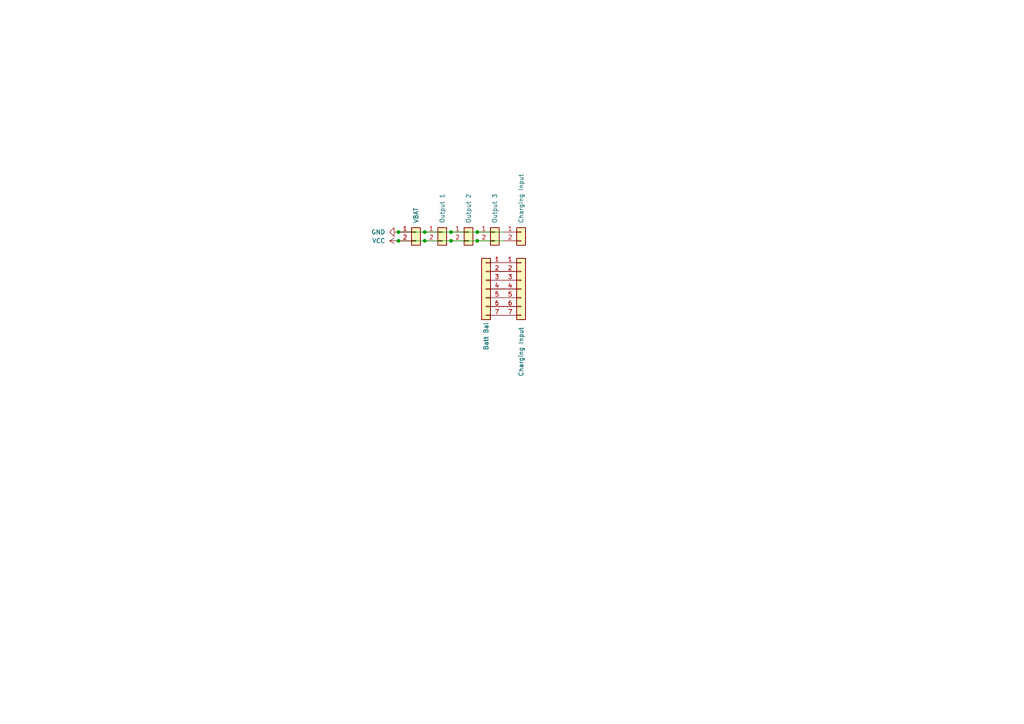
<source format=kicad_sch>
(kicad_sch (version 20211123) (generator eeschema)
  (paper "A4")
  (lib_symbols
    (symbol "Connector_Generic:Conn_01x02" (pin_names (offset 1.016) hide)
      (property "Reference" "J" (at 0 2.54 0))
      (property "Value" "Conn_01x02" (at 0 -5.08 0))
      (symbol "Conn_01x02_1_1"
        (rectangle (start -1.27 -2.413) (end 0 -2.667) (stroke (width 0.1524)))
        (rectangle (start -1.27 0.127) (end 0 -0.127) (stroke (width 0.1524)))
        (rectangle (start -1.27 1.27) (end 1.27 -3.81) (stroke (width 0.254)) (fill (type background)))
        (pin passive line (at -5.08 0 0) (length 3.81) (name "Pin_1") (number "1"))
        (pin passive line (at -5.08 -2.54 0) (length 3.81) (name "Pin_2") (number "2"))
      )
    )
    (symbol "Connector_Generic:Conn_01x07" (pin_names (offset 1.016) hide)
      (property "Reference" "J" (at 0 10.16 0))
      (property "Value" "Conn_01x07" (at 0 -10.16 0))
      (symbol "Conn_01x07_1_1"
        (rectangle (start -1.27 -7.493) (end 0 -7.747) (stroke (width 0.1524)))
        (rectangle (start -1.27 -4.953) (end 0 -5.207) (stroke (width 0.1524)))
        (rectangle (start -1.27 -2.413) (end 0 -2.667) (stroke (width 0.1524)))
        (rectangle (start -1.27 0.127) (end 0 -0.127) (stroke (width 0.1524)))
        (rectangle (start -1.27 2.667) (end 0 2.413) (stroke (width 0.1524)))
        (rectangle (start -1.27 5.207) (end 0 4.953) (stroke (width 0.1524)))
        (rectangle (start -1.27 7.747) (end 0 7.493) (stroke (width 0.1524)))
        (rectangle (start -1.27 8.89) (end 1.27 -8.89) (stroke (width 0.254)) (fill (type background)))
        (pin passive line (at -5.08 7.62 0) (length 3.81) (name "Pin_1") (number "1"))
        (pin passive line (at -5.08 5.08 0) (length 3.81) (name "Pin_2") (number "2"))
        (pin passive line (at -5.08 2.54 0) (length 3.81) (name "Pin_3") (number "3"))
        (pin passive line (at -5.08 0 0) (length 3.81) (name "Pin_4") (number "4"))
        (pin passive line (at -5.08 -2.54 0) (length 3.81) (name "Pin_5") (number "5"))
        (pin passive line (at -5.08 -5.08 0) (length 3.81) (name "Pin_6") (number "6"))
        (pin passive line (at -5.08 -7.62 0) (length 3.81) (name "Pin_7") (number "7"))
      )
    )
    (symbol "power:GND" (power) (pin_names (offset 0))
      (property "Value" "GND" (at 0 -3.81 0))
      (symbol "GND_0_1"
        (polyline (pts (xy 0 0) (xy 0 -1.27) (xy 1.27 -1.27) (xy 0 -2.54) (xy -1.27 -1.27) (xy 0 -1.27)))
      )
      (symbol "GND_1_1"
        (pin power_in line (at 0 0 270) (length 0) hide (name "GND") (number "1"))
      )
    )
    (symbol "power:VCC" (power) (pin_names (offset 0))
      (property "Value" "VCC" (at 0 3.81 0))
      (symbol "VCC_0_1"
        (polyline (pts (xy -0.762 1.27) (xy 0 2.54)))
        (polyline (pts (xy 0 0) (xy 0 2.54)))
        (polyline (pts (xy 0 2.54) (xy 0.762 1.27)))
      )
      (symbol "VCC_1_1"
        (pin power_in line (at 0 0 90) (length 0) hide (name "VCC") (number "1"))
      )
    )
  )
  (junction (at 115.57 67.31))
  (junction (at 123.19 69.85))
  (junction (at 115.57 69.85))
  (junction (at 138.43 69.85))
  (junction (at 130.81 67.31))
  (junction (at 123.19 67.31))
  (junction (at 138.43 67.31))
  (junction (at 130.81 69.85))
  (wire (pts (xy 130.81 67.31) (xy 138.43 67.31)))
  (wire (pts (xy 138.43 67.31) (xy 146.05 67.31)))
  (wire (pts (xy 115.57 67.31) (xy 123.19 67.31)))
  (wire (pts (xy 130.81 69.85) (xy 138.43 69.85)))
  (wire (pts (xy 123.19 69.85) (xy 130.81 69.85)))
  (wire (pts (xy 123.19 67.31) (xy 130.81 67.31)))
  (wire (pts (xy 115.57 69.85) (xy 123.19 69.85)))
  (wire (pts (xy 138.43 69.85) (xy 146.05 69.85)))
  (symbol (lib_id "power:VCC") (at 115.57 69.85 90) (unit 1)
    (property "Reference" "#PWR0101" (effects hide))
    (property "Value" "VCC" (at 111.76 69.8499 90) (effects (justify left)))
  )
  (symbol (lib_id "Connector_Generic:Conn_01x02") (at 143.51 67.31 0) (unit 1)
    (property "Reference" "J5" (effects hide))
    (property "Value" "Output 3" (at 143.51 64.77 90) (effects (justify left)))
    (property "Footprint" "Connector_AMASS:AMASS_XT60-M_1x02_P7.20mm_Vertical" (effects hide))
  )
  (symbol (lib_id "Connector_Generic:Conn_01x02") (at 128.27 67.31 0) (unit 1)
    (property "Reference" "J2" (effects hide))
    (property "Value" "Output 1" (at 128.27 64.77 90) (effects (justify left)))
    (property "Footprint" "Connector_AMASS:AMASS_XT60-M_1x02_P7.20mm_Vertical" (effects hide))
  )
  (symbol (lib_id "Connector_Generic:Conn_01x02") (at 135.89 67.31 0) (unit 1)
    (property "Reference" "J3" (effects hide))
    (property "Value" "Output 2" (at 135.89 64.77 90) (effects (justify left)))
    (property "Footprint" "Connector_AMASS:AMASS_XT60-M_1x02_P7.20mm_Vertical" (effects hide))
  )
  (symbol (lib_id "power:GND") (at 115.57 67.31 270) (unit 1)
    (property "Reference" "#PWR0102" (effects hide))
    (property "Value" "GND" (at 111.76 67.3099 90) (effects (justify right)))
  )
  (symbol (lib_id "Connector_Generic:Conn_01x02") (at 151.13 67.31 0) (unit 1)
    (property "Reference" "J6" (effects hide))
    (property "Value" "Charging Input" (at 151.13 64.77 90) (effects (justify left)))
    (property "Footprint" "Connector_AMASS:AMASS_XT60-M_1x02_P7.20mm_Vertical" (effects hide))
  )
  (symbol (lib_id "Connector_Generic:Conn_01x02") (at 120.65 67.31 0) (unit 1)
    (property "Reference" "J1" (effects hide))
    (property "Value" "VBAT" (at 120.65 64.77 90) (effects (justify left)))
    (property "Footprint" "Connector_AMASS:AMASS_XT30PW-M_1x02_P2.50mm_Horizontal" (effects hide))
  )
  (symbol (lib_id "Connector_Generic:Conn_01x07") (at 151.13 83.82 0) (unit 1)
    (property "Reference" "J7" (effects hide))
    (property "Value" "Charging Input" (at 151.13 109.22 90) (effects (justify left)))
    (property "Footprint" "Connector_JST:JST_XH_B7B-XH-A_1x07_P2.50mm_Vertical" (effects hide))
  )
  (symbol (lib_id "Connector_Generic:Conn_01x07") (at 140.97 83.82 0) (mirror y) (unit 1)
    (property "Reference" "J4" (effects hide))
    (property "Value" "Batt Bal" (at 140.97 101.6 90) (effects (justify left)))
    (property "Footprint" "Connector_JST:JST_XH_S7B-XH-A_1x07_P2.50mm_Horizontal" (effects hide))
  )
)
</source>
